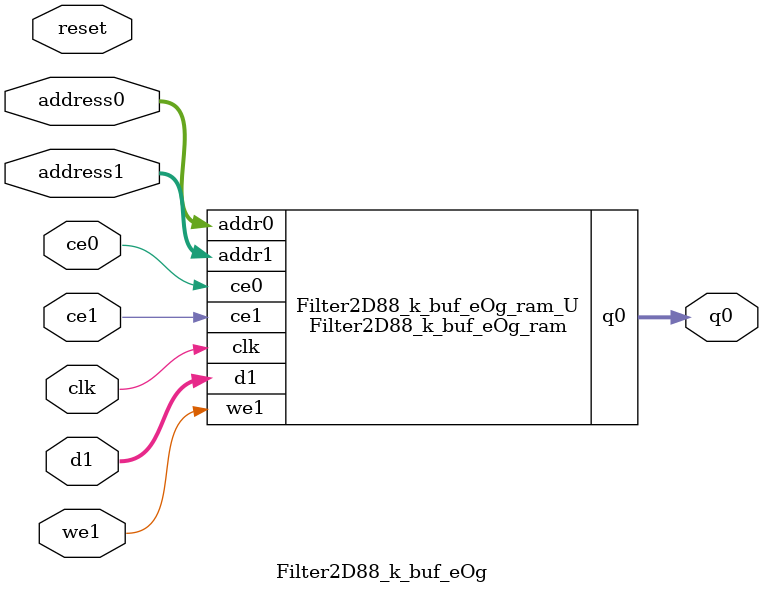
<source format=v>

`timescale 1 ns / 1 ps
module Filter2D88_k_buf_eOg_ram (addr0, ce0, q0, addr1, ce1, d1, we1,  clk);

parameter DWIDTH = 8;
parameter AWIDTH = 11;
parameter MEM_SIZE = 1920;

input[AWIDTH-1:0] addr0;
input ce0;
output reg[DWIDTH-1:0] q0;
input[AWIDTH-1:0] addr1;
input ce1;
input[DWIDTH-1:0] d1;
input we1;
input clk;

(* ram_style = "block" *)reg [DWIDTH-1:0] ram[0:MEM_SIZE-1];




always @(posedge clk)  
begin 
    if (ce0) 
    begin
            q0 <= ram[addr0];
    end
end


always @(posedge clk)  
begin 
    if (ce1) 
    begin
        if (we1) 
        begin 
            ram[addr1] <= d1; 
        end 
    end
end


endmodule


`timescale 1 ns / 1 ps
module Filter2D88_k_buf_eOg(
    reset,
    clk,
    address0,
    ce0,
    q0,
    address1,
    ce1,
    we1,
    d1);

parameter DataWidth = 32'd8;
parameter AddressRange = 32'd1920;
parameter AddressWidth = 32'd11;
input reset;
input clk;
input[AddressWidth - 1:0] address0;
input ce0;
output[DataWidth - 1:0] q0;
input[AddressWidth - 1:0] address1;
input ce1;
input we1;
input[DataWidth - 1:0] d1;



Filter2D88_k_buf_eOg_ram Filter2D88_k_buf_eOg_ram_U(
    .clk( clk ),
    .addr0( address0 ),
    .ce0( ce0 ),
    .q0( q0 ),
    .addr1( address1 ),
    .ce1( ce1 ),
    .d1( d1 ),
    .we1( we1 ));

endmodule


</source>
